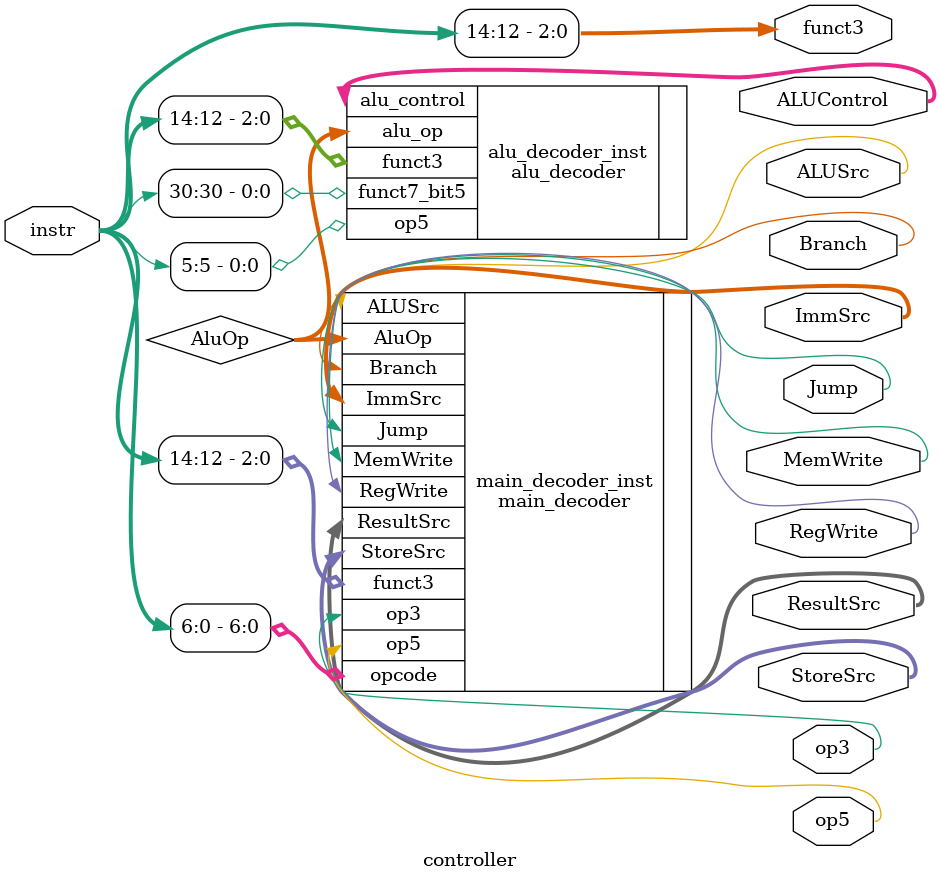
<source format=v>



module controller(
    input [31:0] instr,
    //input Z, N, S, U, V, C,
    
    //output   [1:0] PCSrc,
    output [3:0] ALUControl, 
    output   [2:0] ResultSrc,
    output   MemWrite,
    output   ALUSrc,
    output   [1:0] StoreSrc,
    output   [1:0] ImmSrc,
    output   RegWrite,
    //output   [1:0] AluOp,
    output   Branch,
    output   Jump,
    output   op3,
    output   op5,
    output [2:0] funct3
);

wire [1:0] AluOp;
assign funct3 = instr[14:12];
main_decoder main_decoder_inst(
    .opcode(instr[6:0]),
    .funct3(instr[14:12]),
    // .Z(Z),
    // .N(N),
    // .S(S),
    // .U(U),
    // .V(V),
    // .C(C),
    
    //.PCSrc(PCSrc),
    .ResultSrc(ResultSrc),
    .MemWrite(MemWrite),
    .ALUSrc(ALUSrc),
    .StoreSrc(StoreSrc),
    .ImmSrc(ImmSrc),
    .RegWrite(RegWrite),
    .AluOp(AluOp),
    .Branch(Branch),
    .Jump(Jump),
    .op3(op3),
    .op5(op5)
);


alu_decoder alu_decoder_inst(
    .alu_op(AluOp),
	 .op5(instr[5]),
    .funct3(instr[14:12]),
    .funct7_bit5(instr[30]),
    
    .alu_control(ALUControl)
);


endmodule
</source>
